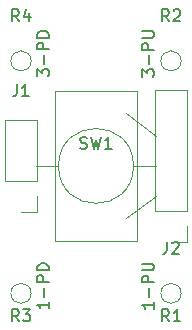
<source format=gbr>
%TF.GenerationSoftware,KiCad,Pcbnew,(5.1.10)-1*%
%TF.CreationDate,2021-09-06T20:37:00+10:00*%
%TF.ProjectId,BasicSwitchBO,42617369-6353-4776-9974-6368424f2e6b,rev?*%
%TF.SameCoordinates,Original*%
%TF.FileFunction,Legend,Top*%
%TF.FilePolarity,Positive*%
%FSLAX46Y46*%
G04 Gerber Fmt 4.6, Leading zero omitted, Abs format (unit mm)*
G04 Created by KiCad (PCBNEW (5.1.10)-1) date 2021-09-06 20:37:00*
%MOMM*%
%LPD*%
G01*
G04 APERTURE LIST*
%ADD10C,0.120000*%
%ADD11C,0.150000*%
G04 APERTURE END LIST*
D10*
X171450000Y-102870000D02*
X168910000Y-100965000D01*
X171450000Y-107950000D02*
X168910000Y-109855000D01*
D11*
X170267380Y-97861190D02*
X170267380Y-97242142D01*
X170648333Y-97575476D01*
X170648333Y-97432619D01*
X170695952Y-97337380D01*
X170743571Y-97289761D01*
X170838809Y-97242142D01*
X171076904Y-97242142D01*
X171172142Y-97289761D01*
X171219761Y-97337380D01*
X171267380Y-97432619D01*
X171267380Y-97718333D01*
X171219761Y-97813571D01*
X171172142Y-97861190D01*
X170886428Y-96813571D02*
X170886428Y-96051666D01*
X171267380Y-95575476D02*
X170267380Y-95575476D01*
X170267380Y-95194523D01*
X170315000Y-95099285D01*
X170362619Y-95051666D01*
X170457857Y-95004047D01*
X170600714Y-95004047D01*
X170695952Y-95051666D01*
X170743571Y-95099285D01*
X170791190Y-95194523D01*
X170791190Y-95575476D01*
X170267380Y-94575476D02*
X171076904Y-94575476D01*
X171172142Y-94527857D01*
X171219761Y-94480238D01*
X171267380Y-94385000D01*
X171267380Y-94194523D01*
X171219761Y-94099285D01*
X171172142Y-94051666D01*
X171076904Y-94004047D01*
X170267380Y-94004047D01*
X171267380Y-116927142D02*
X171267380Y-117498571D01*
X171267380Y-117212857D02*
X170267380Y-117212857D01*
X170410238Y-117308095D01*
X170505476Y-117403333D01*
X170553095Y-117498571D01*
X170886428Y-116498571D02*
X170886428Y-115736666D01*
X171267380Y-115260476D02*
X170267380Y-115260476D01*
X170267380Y-114879523D01*
X170315000Y-114784285D01*
X170362619Y-114736666D01*
X170457857Y-114689047D01*
X170600714Y-114689047D01*
X170695952Y-114736666D01*
X170743571Y-114784285D01*
X170791190Y-114879523D01*
X170791190Y-115260476D01*
X170267380Y-114260476D02*
X171076904Y-114260476D01*
X171172142Y-114212857D01*
X171219761Y-114165238D01*
X171267380Y-114070000D01*
X171267380Y-113879523D01*
X171219761Y-113784285D01*
X171172142Y-113736666D01*
X171076904Y-113689047D01*
X170267380Y-113689047D01*
X162377380Y-116903333D02*
X162377380Y-117474761D01*
X162377380Y-117189047D02*
X161377380Y-117189047D01*
X161520238Y-117284285D01*
X161615476Y-117379523D01*
X161663095Y-117474761D01*
X161996428Y-116474761D02*
X161996428Y-115712857D01*
X162377380Y-115236666D02*
X161377380Y-115236666D01*
X161377380Y-114855714D01*
X161425000Y-114760476D01*
X161472619Y-114712857D01*
X161567857Y-114665238D01*
X161710714Y-114665238D01*
X161805952Y-114712857D01*
X161853571Y-114760476D01*
X161901190Y-114855714D01*
X161901190Y-115236666D01*
X162377380Y-114236666D02*
X161377380Y-114236666D01*
X161377380Y-113998571D01*
X161425000Y-113855714D01*
X161520238Y-113760476D01*
X161615476Y-113712857D01*
X161805952Y-113665238D01*
X161948809Y-113665238D01*
X162139285Y-113712857D01*
X162234523Y-113760476D01*
X162329761Y-113855714D01*
X162377380Y-113998571D01*
X162377380Y-114236666D01*
X161377380Y-97837380D02*
X161377380Y-97218333D01*
X161758333Y-97551666D01*
X161758333Y-97408809D01*
X161805952Y-97313571D01*
X161853571Y-97265952D01*
X161948809Y-97218333D01*
X162186904Y-97218333D01*
X162282142Y-97265952D01*
X162329761Y-97313571D01*
X162377380Y-97408809D01*
X162377380Y-97694523D01*
X162329761Y-97789761D01*
X162282142Y-97837380D01*
X161996428Y-96789761D02*
X161996428Y-96027857D01*
X162377380Y-95551666D02*
X161377380Y-95551666D01*
X161377380Y-95170714D01*
X161425000Y-95075476D01*
X161472619Y-95027857D01*
X161567857Y-94980238D01*
X161710714Y-94980238D01*
X161805952Y-95027857D01*
X161853571Y-95075476D01*
X161901190Y-95170714D01*
X161901190Y-95551666D01*
X162377380Y-94551666D02*
X161377380Y-94551666D01*
X161377380Y-94313571D01*
X161425000Y-94170714D01*
X161520238Y-94075476D01*
X161615476Y-94027857D01*
X161805952Y-93980238D01*
X161948809Y-93980238D01*
X162139285Y-94027857D01*
X162234523Y-94075476D01*
X162329761Y-94170714D01*
X162377380Y-94313571D01*
X162377380Y-94551666D01*
D10*
X169545000Y-105410000D02*
X171450000Y-105410000D01*
X163195000Y-105410000D02*
X161290000Y-105410000D01*
X161290000Y-105410000D02*
X163195000Y-105410000D01*
%TO.C,SW1*%
X162940000Y-99060000D02*
X162940000Y-111760000D01*
X169800000Y-111760000D02*
X169800000Y-99060000D01*
X166370000Y-99060000D02*
X162940000Y-99060000D01*
X166370000Y-99060000D02*
X169800000Y-99060000D01*
X162940000Y-111760000D02*
X166370000Y-111760000D01*
X169545000Y-105410000D02*
G75*
G03*
X169545000Y-105410000I-3175000J0D01*
G01*
X166370000Y-111760000D02*
X169800000Y-111760000D01*
%TO.C,J1*%
X161350000Y-101540000D02*
X158690000Y-101540000D01*
X161350000Y-106680000D02*
X161350000Y-101540000D01*
X158690000Y-106680000D02*
X158690000Y-101540000D01*
X161350000Y-106680000D02*
X158690000Y-106680000D01*
X161350000Y-107950000D02*
X161350000Y-109280000D01*
X161350000Y-109280000D02*
X160020000Y-109280000D01*
%TO.C,R4*%
X160880000Y-96520000D02*
G75*
G03*
X160880000Y-96520000I-860000J0D01*
G01*
X160020000Y-95660000D02*
X160020000Y-95620000D01*
%TO.C,R3*%
X160880000Y-116200000D02*
G75*
G03*
X160880000Y-116200000I-860000J0D01*
G01*
X160020000Y-115340000D02*
X160020000Y-115300000D01*
%TO.C,R2*%
X173580000Y-96520000D02*
G75*
G03*
X173580000Y-96520000I-860000J0D01*
G01*
X172720000Y-95660000D02*
X172720000Y-95620000D01*
%TO.C,R1*%
X173580000Y-116200000D02*
G75*
G03*
X173580000Y-116200000I-860000J0D01*
G01*
X172720000Y-115340000D02*
X172720000Y-115300000D01*
%TO.C,J2*%
X174050000Y-111820000D02*
X172720000Y-111820000D01*
X174050000Y-110490000D02*
X174050000Y-111820000D01*
X174050000Y-109220000D02*
X171390000Y-109220000D01*
X171390000Y-109220000D02*
X171390000Y-99000000D01*
X174050000Y-109220000D02*
X174050000Y-99000000D01*
X174050000Y-99000000D02*
X171390000Y-99000000D01*
%TO.C,SW1*%
D11*
X165036666Y-103909761D02*
X165179523Y-103957380D01*
X165417619Y-103957380D01*
X165512857Y-103909761D01*
X165560476Y-103862142D01*
X165608095Y-103766904D01*
X165608095Y-103671666D01*
X165560476Y-103576428D01*
X165512857Y-103528809D01*
X165417619Y-103481190D01*
X165227142Y-103433571D01*
X165131904Y-103385952D01*
X165084285Y-103338333D01*
X165036666Y-103243095D01*
X165036666Y-103147857D01*
X165084285Y-103052619D01*
X165131904Y-103005000D01*
X165227142Y-102957380D01*
X165465238Y-102957380D01*
X165608095Y-103005000D01*
X165941428Y-102957380D02*
X166179523Y-103957380D01*
X166370000Y-103243095D01*
X166560476Y-103957380D01*
X166798571Y-102957380D01*
X167703333Y-103957380D02*
X167131904Y-103957380D01*
X167417619Y-103957380D02*
X167417619Y-102957380D01*
X167322380Y-103100238D01*
X167227142Y-103195476D01*
X167131904Y-103243095D01*
%TO.C,J1*%
X159686666Y-98512380D02*
X159686666Y-99226666D01*
X159639047Y-99369523D01*
X159543809Y-99464761D01*
X159400952Y-99512380D01*
X159305714Y-99512380D01*
X160686666Y-99512380D02*
X160115238Y-99512380D01*
X160400952Y-99512380D02*
X160400952Y-98512380D01*
X160305714Y-98655238D01*
X160210476Y-98750476D01*
X160115238Y-98798095D01*
%TO.C,R4*%
X159853333Y-93162380D02*
X159520000Y-92686190D01*
X159281904Y-93162380D02*
X159281904Y-92162380D01*
X159662857Y-92162380D01*
X159758095Y-92210000D01*
X159805714Y-92257619D01*
X159853333Y-92352857D01*
X159853333Y-92495714D01*
X159805714Y-92590952D01*
X159758095Y-92638571D01*
X159662857Y-92686190D01*
X159281904Y-92686190D01*
X160710476Y-92495714D02*
X160710476Y-93162380D01*
X160472380Y-92114761D02*
X160234285Y-92829047D01*
X160853333Y-92829047D01*
%TO.C,R3*%
X159853333Y-118562380D02*
X159520000Y-118086190D01*
X159281904Y-118562380D02*
X159281904Y-117562380D01*
X159662857Y-117562380D01*
X159758095Y-117610000D01*
X159805714Y-117657619D01*
X159853333Y-117752857D01*
X159853333Y-117895714D01*
X159805714Y-117990952D01*
X159758095Y-118038571D01*
X159662857Y-118086190D01*
X159281904Y-118086190D01*
X160186666Y-117562380D02*
X160805714Y-117562380D01*
X160472380Y-117943333D01*
X160615238Y-117943333D01*
X160710476Y-117990952D01*
X160758095Y-118038571D01*
X160805714Y-118133809D01*
X160805714Y-118371904D01*
X160758095Y-118467142D01*
X160710476Y-118514761D01*
X160615238Y-118562380D01*
X160329523Y-118562380D01*
X160234285Y-118514761D01*
X160186666Y-118467142D01*
%TO.C,R2*%
X172553333Y-93162380D02*
X172220000Y-92686190D01*
X171981904Y-93162380D02*
X171981904Y-92162380D01*
X172362857Y-92162380D01*
X172458095Y-92210000D01*
X172505714Y-92257619D01*
X172553333Y-92352857D01*
X172553333Y-92495714D01*
X172505714Y-92590952D01*
X172458095Y-92638571D01*
X172362857Y-92686190D01*
X171981904Y-92686190D01*
X172934285Y-92257619D02*
X172981904Y-92210000D01*
X173077142Y-92162380D01*
X173315238Y-92162380D01*
X173410476Y-92210000D01*
X173458095Y-92257619D01*
X173505714Y-92352857D01*
X173505714Y-92448095D01*
X173458095Y-92590952D01*
X172886666Y-93162380D01*
X173505714Y-93162380D01*
%TO.C,R1*%
X172553333Y-118562380D02*
X172220000Y-118086190D01*
X171981904Y-118562380D02*
X171981904Y-117562380D01*
X172362857Y-117562380D01*
X172458095Y-117610000D01*
X172505714Y-117657619D01*
X172553333Y-117752857D01*
X172553333Y-117895714D01*
X172505714Y-117990952D01*
X172458095Y-118038571D01*
X172362857Y-118086190D01*
X171981904Y-118086190D01*
X173505714Y-118562380D02*
X172934285Y-118562380D01*
X173220000Y-118562380D02*
X173220000Y-117562380D01*
X173124761Y-117705238D01*
X173029523Y-117800476D01*
X172934285Y-117848095D01*
%TO.C,J2*%
X172386666Y-111847380D02*
X172386666Y-112561666D01*
X172339047Y-112704523D01*
X172243809Y-112799761D01*
X172100952Y-112847380D01*
X172005714Y-112847380D01*
X172815238Y-111942619D02*
X172862857Y-111895000D01*
X172958095Y-111847380D01*
X173196190Y-111847380D01*
X173291428Y-111895000D01*
X173339047Y-111942619D01*
X173386666Y-112037857D01*
X173386666Y-112133095D01*
X173339047Y-112275952D01*
X172767619Y-112847380D01*
X173386666Y-112847380D01*
%TD*%
M02*

</source>
